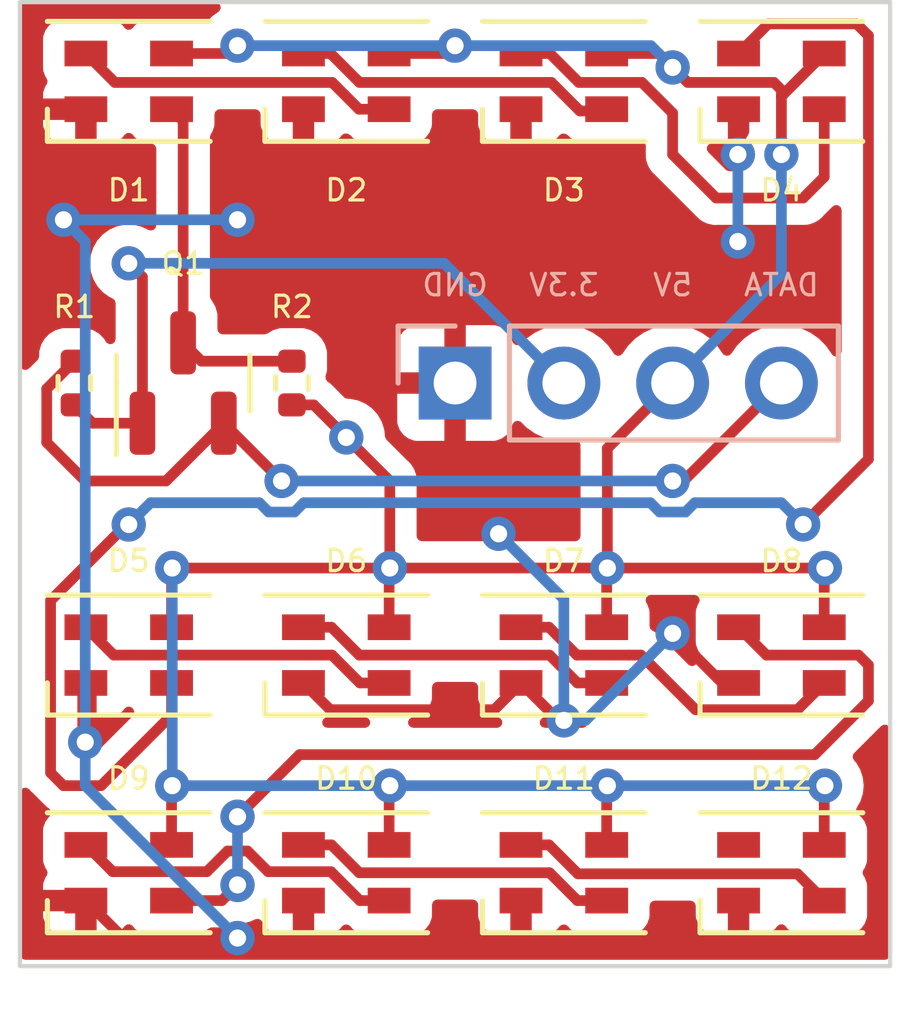
<source format=kicad_pcb>
(kicad_pcb (version 20221018) (generator pcbnew)
  (layers (0 "F.Cu" signal) (31 "B.Cu" signal) (34 "B.Paste" user) (35 "F.Paste" user) (36 "B.SilkS" user "B.Silkscreen") (37 "F.SilkS" user "F.Silkscreen") (38 "B.Mask" user) (39 "F.Mask" user) (44 "Edge.Cuts" user))
  (net 0 "")
  (net 1 "Net-(D1-DOUT)")
  (net 2 "Earth")
  (net 3 "Net-(D1-DIN)")
  (net 4 "+5V")
  (net 5 "Net-(D2-DOUT)")
  (net 6 "Net-(D3-DOUT)")
  (net 7 "Net-(D4-DOUT)")
  (net 8 "Net-(D5-DOUT)")
  (net 9 "Net-(D6-DOUT)")
  (net 10 "Net-(D7-DOUT)")
  (net 11 "Net-(D8-DOUT)")
  (net 12 "Net-(D10-DIN)")
  (net 13 "Net-(D10-DOUT)")
  (net 14 "Net-(D11-DOUT)")
  (net 16 "+3.3V")
  (net 17 "/DATA_IN")
  (footprint "LED_SMD:LED_SK6805_PLCC4_2.4x2.7mm_P1.3mm" (layer "F.Cu") (at 17.78 20.32)
    (fp_text reference "D12" (at 0 -2.2) (layer "F.SilkS") (effects (font (size 0.5 0.5) (thickness 0.075))))
    (fp_text value "SK6805")
    (fp_line (start -1.9 -1.4) (end 1.9 -1.4) (stroke (width 0.12)) (layer "F.SilkS"))
    (fp_line (start -1.9 1.4) (end -1.9 0.65) (stroke (width 0.12)) (layer "F.SilkS"))
    (fp_line (start -1.9 1.4) (end 1.9 1.4) (stroke (width 0.12)) (layer "F.SilkS"))
    (pad "1" smd rect (at -1 -0.65) (size 1 0.6) (layers "F.Cu" "F.Paste" "F.Mask"))
    (pad "2" smd rect (at -1 0.65) (size 1 0.6) (layers "F.Cu" "F.Paste" "F.Mask") (net 2 "Earth"))
    (pad "3" smd rect (at 1 0.65) (size 1 0.6) (layers "F.Cu" "F.Paste" "F.Mask") (net 14 "Net-(D11-DOUT)"))
    (pad "4" smd rect (at 1 -0.65) (size 1 0.6) (layers "F.Cu" "F.Paste" "F.Mask") (net 4 "+5V"))
  )
  (footprint "LED_SMD:LED_SK6805_PLCC4_2.4x2.7mm_P1.3mm" (layer "F.Cu") (at 7.62 1.849)
    (fp_text reference "D2" (at 0 2.54) (layer "F.SilkS") (effects (font (size 0.5 0.5) (thickness 0.075))))
    (fp_text value "SK6805")
    (fp_line (start -1.9 -1.4) (end 1.9 -1.4) (stroke (width 0.12)) (layer "F.SilkS"))
    (fp_line (start -1.9 1.4) (end -1.9 0.65) (stroke (width 0.12)) (layer "F.SilkS"))
    (fp_line (start -1.9 1.4) (end 1.9 1.4) (stroke (width 0.12)) (layer "F.SilkS"))
    (pad "1" smd rect (at -1 -0.65) (size 1 0.6) (layers "F.Cu" "F.Paste" "F.Mask") (net 5 "Net-(D2-DOUT)"))
    (pad "2" smd rect (at -1 0.65) (size 1 0.6) (layers "F.Cu" "F.Paste" "F.Mask") (net 2 "Earth"))
    (pad "3" smd rect (at 1 0.65) (size 1 0.6) (layers "F.Cu" "F.Paste" "F.Mask") (net 1 "Net-(D1-DOUT)"))
    (pad "4" smd rect (at 1 -0.65) (size 1 0.6) (layers "F.Cu" "F.Paste" "F.Mask") (net 4 "+5V"))
  )
  (footprint "LED_SMD:LED_SK6805_PLCC4_2.4x2.7mm_P1.3mm" (layer "F.Cu") (at 12.7 20.32)
    (fp_text reference "D11" (at 0 -2.2) (layer "F.SilkS") (effects (font (size 0.5 0.5) (thickness 0.075))))
    (fp_text value "SK6805")
    (fp_line (start -1.9 -1.4) (end 1.9 -1.4) (stroke (width 0.12)) (layer "F.SilkS"))
    (fp_line (start -1.9 1.4) (end -1.9 0.65) (stroke (width 0.12)) (layer "F.SilkS"))
    (fp_line (start -1.9 1.4) (end 1.9 1.4) (stroke (width 0.12)) (layer "F.SilkS"))
    (pad "1" smd rect (at -1 -0.65) (size 1 0.6) (layers "F.Cu" "F.Paste" "F.Mask") (net 14 "Net-(D11-DOUT)"))
    (pad "2" smd rect (at -1 0.65) (size 1 0.6) (layers "F.Cu" "F.Paste" "F.Mask") (net 2 "Earth"))
    (pad "3" smd rect (at 1 0.65) (size 1 0.6) (layers "F.Cu" "F.Paste" "F.Mask") (net 13 "Net-(D10-DOUT)"))
    (pad "4" smd rect (at 1 -0.65) (size 1 0.6) (layers "F.Cu" "F.Paste" "F.Mask") (net 4 "+5V"))
  )
  (footprint "Resistor_SMD:R_0402_1005Metric" (layer "F.Cu") (at 1.27 8.89 90)
    (fp_text reference "R1" (at 1.778 0 180) (layer "F.SilkS") (effects (font (size 0.5 0.5) (thickness 0.075))))
    (fp_text value "10K")
    (fp_line (start -0.153641 -0.38) (end 0.153641 -0.38) (stroke (width 0.12)) (layer "F.SilkS"))
    (fp_line (start -0.153641 0.38) (end 0.153641 0.38) (stroke (width 0.12)) (layer "F.SilkS"))
    (pad "1" smd roundrect (at -0.51 0 90) (size 0.54 0.64) (layers "F.Cu" "F.Paste" "F.Mask") (net 16 "+3.3V"))
    (pad "2" smd roundrect (at 0.51 0 90) (size 0.54 0.64) (layers "F.Cu" "F.Paste" "F.Mask") (net 17 "/DATA_IN"))
  )
  (footprint "LED_SMD:LED_SK6805_PLCC4_2.4x2.7mm_P1.3mm" (layer "F.Cu") (at 17.78 1.849)
    (fp_text reference "D4" (at 0 2.54) (layer "F.SilkS") (effects (font (size 0.5 0.5) (thickness 0.075))))
    (fp_text value "SK6805")
    (fp_line (start -1.9 -1.4) (end 1.9 -1.4) (stroke (width 0.12)) (layer "F.SilkS"))
    (fp_line (start -1.9 1.4) (end -1.9 0.65) (stroke (width 0.12)) (layer "F.SilkS"))
    (fp_line (start -1.9 1.4) (end 1.9 1.4) (stroke (width 0.12)) (layer "F.SilkS"))
    (pad "1" smd rect (at -1 -0.65) (size 1 0.6) (layers "F.Cu" "F.Paste" "F.Mask") (net 7 "Net-(D4-DOUT)"))
    (pad "2" smd rect (at -1 0.65) (size 1 0.6) (layers "F.Cu" "F.Paste" "F.Mask") (net 2 "Earth"))
    (pad "3" smd rect (at 1 0.65) (size 1 0.6) (layers "F.Cu" "F.Paste" "F.Mask") (net 6 "Net-(D3-DOUT)"))
    (pad "4" smd rect (at 1 -0.65) (size 1 0.6) (layers "F.Cu" "F.Paste" "F.Mask") (net 4 "+5V"))
  )
  (footprint "LED_SMD:LED_SK6805_PLCC4_2.4x2.7mm_P1.3mm" (layer "F.Cu") (at 2.54 20.32)
    (fp_text reference "D9" (at 0 -2.2) (layer "F.SilkS") (effects (font (size 0.5 0.5) (thickness 0.075))))
    (fp_text value "SK6805")
    (fp_line (start -1.9 -1.4) (end 1.9 -1.4) (stroke (width 0.12)) (layer "F.SilkS"))
    (fp_line (start -1.9 1.4) (end -1.9 0.65) (stroke (width 0.12)) (layer "F.SilkS"))
    (fp_line (start -1.9 1.4) (end 1.9 1.4) (stroke (width 0.12)) (layer "F.SilkS"))
    (pad "1" smd rect (at -1 -0.65) (size 1 0.6) (layers "F.Cu" "F.Paste" "F.Mask") (net 12 "Net-(D10-DIN)"))
    (pad "2" smd rect (at -1 0.65) (size 1 0.6) (layers "F.Cu" "F.Paste" "F.Mask") (net 2 "Earth"))
    (pad "3" smd rect (at 1 0.65) (size 1 0.6) (layers "F.Cu" "F.Paste" "F.Mask") (net 11 "Net-(D8-DOUT)"))
    (pad "4" smd rect (at 1 -0.65) (size 1 0.6) (layers "F.Cu" "F.Paste" "F.Mask") (net 4 "+5V"))
  )
  (footprint "LED_SMD:LED_SK6805_PLCC4_2.4x2.7mm_P1.3mm" (layer "F.Cu") (at 7.62 15.24)
    (fp_text reference "D6" (at 0 -2.2) (layer "F.SilkS") (effects (font (size 0.5 0.5) (thickness 0.075))))
    (fp_text value "SK6805")
    (fp_line (start -1.9 -1.4) (end 1.9 -1.4) (stroke (width 0.12)) (layer "F.SilkS"))
    (fp_line (start -1.9 1.4) (end -1.9 0.65) (stroke (width 0.12)) (layer "F.SilkS"))
    (fp_line (start -1.9 1.4) (end 1.9 1.4) (stroke (width 0.12)) (layer "F.SilkS"))
    (pad "1" smd rect (at -1 -0.65) (size 1 0.6) (layers "F.Cu" "F.Paste" "F.Mask") (net 9 "Net-(D6-DOUT)"))
    (pad "2" smd rect (at -1 0.65) (size 1 0.6) (layers "F.Cu" "F.Paste" "F.Mask") (net 2 "Earth"))
    (pad "3" smd rect (at 1 0.65) (size 1 0.6) (layers "F.Cu" "F.Paste" "F.Mask") (net 8 "Net-(D5-DOUT)"))
    (pad "4" smd rect (at 1 -0.65) (size 1 0.6) (layers "F.Cu" "F.Paste" "F.Mask") (net 4 "+5V"))
  )
  (footprint "LED_SMD:LED_SK6805_PLCC4_2.4x2.7mm_P1.3mm" (layer "F.Cu") (at 17.78 15.24)
    (fp_text reference "D8" (at 0 -2.2) (layer "F.SilkS") (effects (font (size 0.5 0.5) (thickness 0.075))))
    (fp_text value "SK6805")
    (fp_line (start -1.9 -1.4) (end 1.9 -1.4) (stroke (width 0.12)) (layer "F.SilkS"))
    (fp_line (start -1.9 1.4) (end -1.9 0.65) (stroke (width 0.12)) (layer "F.SilkS"))
    (fp_line (start -1.9 1.4) (end 1.9 1.4) (stroke (width 0.12)) (layer "F.SilkS"))
    (pad "1" smd rect (at -1 -0.65) (size 1 0.6) (layers "F.Cu" "F.Paste" "F.Mask") (net 11 "Net-(D8-DOUT)"))
    (pad "2" smd rect (at -1 0.65) (size 1 0.6) (layers "F.Cu" "F.Paste" "F.Mask") (net 2 "Earth"))
    (pad "3" smd rect (at 1 0.65) (size 1 0.6) (layers "F.Cu" "F.Paste" "F.Mask") (net 10 "Net-(D7-DOUT)"))
    (pad "4" smd rect (at 1 -0.65) (size 1 0.6) (layers "F.Cu" "F.Paste" "F.Mask") (net 4 "+5V"))
  )
  (footprint "LED_SMD:LED_SK6805_PLCC4_2.4x2.7mm_P1.3mm" (layer "F.Cu") (at 2.54 15.24)
    (fp_text reference "D5" (at 0 -2.2) (layer "F.SilkS") (effects (font (size 0.5 0.5) (thickness 0.075))))
    (fp_text value "SK6805")
    (fp_line (start -1.9 -1.4) (end 1.9 -1.4) (stroke (width 0.12)) (layer "F.SilkS"))
    (fp_line (start -1.9 1.4) (end -1.9 0.65) (stroke (width 0.12)) (layer "F.SilkS"))
    (fp_line (start -1.9 1.4) (end 1.9 1.4) (stroke (width 0.12)) (layer "F.SilkS"))
    (pad "1" smd rect (at -1 -0.65) (size 1 0.6) (layers "F.Cu" "F.Paste" "F.Mask") (net 8 "Net-(D5-DOUT)"))
    (pad "2" smd rect (at -1 0.65) (size 1 0.6) (layers "F.Cu" "F.Paste" "F.Mask") (net 2 "Earth"))
    (pad "3" smd rect (at 1 0.65) (size 1 0.6) (layers "F.Cu" "F.Paste" "F.Mask") (net 7 "Net-(D4-DOUT)"))
    (pad "4" smd rect (at 1 -0.65) (size 1 0.6) (layers "F.Cu" "F.Paste" "F.Mask") (net 4 "+5V"))
  )
  (footprint "LED_SMD:LED_SK6805_PLCC4_2.4x2.7mm_P1.3mm" (layer "F.Cu") (at 7.62 20.32)
    (fp_text reference "D10" (at 0 -2.2) (layer "F.SilkS") (effects (font (size 0.5 0.5) (thickness 0.075))))
    (fp_text value "SK6805")
    (fp_line (start -1.9 -1.4) (end 1.9 -1.4) (stroke (width 0.12)) (layer "F.SilkS"))
    (fp_line (start -1.9 1.4) (end -1.9 0.65) (stroke (width 0.12)) (layer "F.SilkS"))
    (fp_line (start -1.9 1.4) (end 1.9 1.4) (stroke (width 0.12)) (layer "F.SilkS"))
    (pad "1" smd rect (at -1 -0.65) (size 1 0.6) (layers "F.Cu" "F.Paste" "F.Mask") (net 13 "Net-(D10-DOUT)"))
    (pad "2" smd rect (at -1 0.65) (size 1 0.6) (layers "F.Cu" "F.Paste" "F.Mask") (net 2 "Earth"))
    (pad "3" smd rect (at 1 0.65) (size 1 0.6) (layers "F.Cu" "F.Paste" "F.Mask") (net 12 "Net-(D10-DIN)"))
    (pad "4" smd rect (at 1 -0.65) (size 1 0.6) (layers "F.Cu" "F.Paste" "F.Mask") (net 4 "+5V"))
  )
  (footprint "LED_SMD:LED_SK6805_PLCC4_2.4x2.7mm_P1.3mm" (layer "F.Cu") (at 12.7 1.849)
    (fp_text reference "D3" (at 0 2.54) (layer "F.SilkS") (effects (font (size 0.5 0.5) (thickness 0.075))))
    (fp_text value "SK6805")
    (fp_line (start -1.9 -1.4) (end 1.9 -1.4) (stroke (width 0.12)) (layer "F.SilkS"))
    (fp_line (start -1.9 1.4) (end -1.9 0.65) (stroke (width 0.12)) (layer "F.SilkS"))
    (fp_line (start -1.9 1.4) (end 1.9 1.4) (stroke (width 0.12)) (layer "F.SilkS"))
    (pad "1" smd rect (at -1 -0.65) (size 1 0.6) (layers "F.Cu" "F.Paste" "F.Mask") (net 6 "Net-(D3-DOUT)"))
    (pad "2" smd rect (at -1 0.65) (size 1 0.6) (layers "F.Cu" "F.Paste" "F.Mask") (net 2 "Earth"))
    (pad "3" smd rect (at 1 0.65) (size 1 0.6) (layers "F.Cu" "F.Paste" "F.Mask") (net 5 "Net-(D2-DOUT)"))
    (pad "4" smd rect (at 1 -0.65) (size 1 0.6) (layers "F.Cu" "F.Paste" "F.Mask") (net 4 "+5V"))
  )
  (footprint "Package_TO_SOT_SMD:SOT-23" (layer "F.Cu") (at 3.81 8.89 90)
    (fp_text reference "Q1" (at 2.794 0 180) (layer "F.SilkS") (effects (font (size 0.5 0.5) (thickness 0.075))))
    (fp_text value "BSS138")
    (fp_line (start 0 -1.56) (end -1.675 -1.56) (stroke (width 0.12)) (layer "F.SilkS"))
    (fp_line (start 0 -1.56) (end 0.65 -1.56) (stroke (width 0.12)) (layer "F.SilkS"))
    (fp_line (start 0 1.56) (end -0.65 1.56) (stroke (width 0.12)) (layer "F.SilkS"))
    (fp_line (start 0 1.56) (end 0.65 1.56) (stroke (width 0.12)) (layer "F.SilkS"))
    (pad "1" smd roundrect (at -0.9375 -0.95 90) (size 1.475 0.6) (layers "F.Cu" "F.Paste" "F.Mask") (net 16 "+3.3V"))
    (pad "2" smd roundrect (at -0.9375 0.95 90) (size 1.475 0.6) (layers "F.Cu" "F.Paste" "F.Mask") (net 17 "/DATA_IN"))
    (pad "3" smd roundrect (at 0.9375 0 90) (size 1.475 0.6) (layers "F.Cu" "F.Paste" "F.Mask") (net 3 "Net-(D1-DIN)"))
  )
  (footprint "Resistor_SMD:R_0402_1005Metric" (layer "F.Cu") (at 6.35 8.89 90)
    (fp_text reference "R2" (at 1.778 0 180) (layer "F.SilkS") (effects (font (size 0.5 0.5) (thickness 0.075))))
    (fp_text value "10K")
    (fp_line (start -0.153641 -0.38) (end 0.153641 -0.38) (stroke (width 0.12)) (layer "F.SilkS"))
    (fp_line (start -0.153641 0.38) (end 0.153641 0.38) (stroke (width 0.12)) (layer "F.SilkS"))
    (pad "1" smd roundrect (at -0.51 0 90) (size 0.54 0.64) (layers "F.Cu" "F.Paste" "F.Mask") (net 4 "+5V"))
    (pad "2" smd roundrect (at 0.51 0 90) (size 0.54 0.64) (layers "F.Cu" "F.Paste" "F.Mask") (net 3 "Net-(D1-DIN)"))
  )
  (footprint "LED_SMD:LED_SK6805_PLCC4_2.4x2.7mm_P1.3mm" (layer "F.Cu") (at 12.7 15.24)
    (fp_text reference "D7" (at 0 -2.2) (layer "F.SilkS") (effects (font (size 0.5 0.5) (thickness 0.075))))
    (fp_text value "SK6805")
    (fp_line (start -1.9 -1.4) (end 1.9 -1.4) (stroke (width 0.12)) (layer "F.SilkS"))
    (fp_line (start -1.9 1.4) (end -1.9 0.65) (stroke (width 0.12)) (layer "F.SilkS"))
    (fp_line (start -1.9 1.4) (end 1.9 1.4) (stroke (width 0.12)) (layer "F.SilkS"))
    (pad "1" smd rect (at -1 -0.65) (size 1 0.6) (layers "F.Cu" "F.Paste" "F.Mask") (net 10 "Net-(D7-DOUT)"))
    (pad "2" smd rect (at -1 0.65) (size 1 0.6) (layers "F.Cu" "F.Paste" "F.Mask") (net 2 "Earth"))
    (pad "3" smd rect (at 1 0.65) (size 1 0.6) (layers "F.Cu" "F.Paste" "F.Mask") (net 9 "Net-(D6-DOUT)"))
    (pad "4" smd rect (at 1 -0.65) (size 1 0.6) (layers "F.Cu" "F.Paste" "F.Mask") (net 4 "+5V"))
  )
  (footprint "LED_SMD:LED_SK6805_PLCC4_2.4x2.7mm_P1.3mm" (layer "F.Cu") (at 2.54 1.849)
    (fp_text reference "D1" (at 0 2.54) (layer "F.SilkS") (effects (font (size 0.5 0.5) (thickness 0.075))))
    (fp_text value "SK6805")
    (fp_line (start -1.9 -1.4) (end 1.9 -1.4) (stroke (width 0.12)) (layer "F.SilkS"))
    (fp_line (start -1.9 1.4) (end -1.9 0.65) (stroke (width 0.12)) (layer "F.SilkS"))
    (fp_line (start -1.9 1.4) (end 1.9 1.4) (stroke (width 0.12)) (layer "F.SilkS"))
    (pad "1" smd rect (at -1 -0.65) (size 1 0.6) (layers "F.Cu" "F.Paste" "F.Mask") (net 1 "Net-(D1-DOUT)"))
    (pad "2" smd rect (at -1 0.65) (size 1 0.6) (layers "F.Cu" "F.Paste" "F.Mask") (net 2 "Earth"))
    (pad "3" smd rect (at 1 0.65) (size 1 0.6) (layers "F.Cu" "F.Paste" "F.Mask") (net 3 "Net-(D1-DIN)"))
    (pad "4" smd rect (at 1 -0.65) (size 1 0.6) (layers "F.Cu" "F.Paste" "F.Mask") (net 4 "+5V"))
  )
  (footprint "Connector_PinHeader_2.54mm:PinHeader_1x04_P2.54mm_Vertical" (layer "B.Cu") (at 10.16 8.89 -90)
    (fp_text reference "J1" hide)
    (fp_text value "Conn_01x04_Pin")
    (fp_line (start -1.33 -8.95) (end 1.33 -8.95) (stroke (width 0.12)) (layer "B.SilkS"))
    (fp_line (start -1.33 -1.27) (end -1.33 -8.95) (stroke (width 0.12)) (layer "B.SilkS"))
    (fp_line (start -1.33 -1.27) (end 1.33 -1.27) (stroke (width 0.12)) (layer "B.SilkS"))
    (fp_line (start -1.33 0) (end -1.33 1.33) (stroke (width 0.12)) (layer "B.SilkS"))
    (fp_line (start -1.33 1.33) (end 0 1.33) (stroke (width 0.12)) (layer "B.SilkS"))
    (fp_line (start 1.33 -1.27) (end 1.33 -8.95) (stroke (width 0.12)) (layer "B.SilkS"))
    (pad "1" thru_hole rect (at 0 0 270) (size 1.7 1.7) (drill 1) (layers "*.Cu" "*.Mask") (net 2 "Earth"))
    (pad "2" thru_hole oval (at 0 -2.54 270) (size 1.7 1.7) (drill 1) (layers "*.Cu" "*.Mask") (net 16 "+3.3V"))
    (pad "3" thru_hole oval (at 0 -5.08 270) (size 1.7 1.7) (drill 1) (layers "*.Cu" "*.Mask") (net 4 "+5V"))
    (pad "4" thru_hole oval (at 0 -7.62 270) (size 1.7 1.7) (drill 1) (layers "*.Cu" "*.Mask") (net 17 "/DATA_IN"))
  )
  (gr_rect (start 0 0) (end 20.32 22.5) (stroke (width 0.1)) (fill none) (layer "Edge.Cuts"))
  (gr_text "3.3V" (at 12.7 6.604) (layer "B.SilkS") (effects (font (size 0.5 0.5) (thickness 0.075)) (justify mirror)))
  (gr_text "5V" (at 15.24 6.604) (layer "B.SilkS") (effects (font (size 0.5 0.5) (thickness 0.075)) (justify mirror)))
  (gr_text "DATA" (at 17.78 6.604) (layer "B.SilkS") (effects (font (size 0.5 0.5) (thickness 0.075)) (justify mirror)))
  (gr_text "GND" (at 10.16 6.604) (layer "B.SilkS") (effects (font (size 0.5 0.5) (thickness 0.075)) (justify mirror)))
  (segment (start 7.916854 2.499) (end 8.62 2.499) (width 0.25) (layer "F.Cu") (net 1))
  (segment (start 1.54 1.199) (end 2.215 1.874) (width 0.25) (layer "F.Cu") (net 1))
  (segment (start 2.215 1.874) (end 7.291854 1.874) (width 0.25) (layer "F.Cu") (net 1))
  (segment (start 7.291854 1.874) (end 7.916854 2.499) (width 0.25) (layer "F.Cu") (net 1))
  (segment (start 11.075 16.515) (end 11.7 15.89) (width 0.25) (layer "F.Cu") (net 2))
  (segment (start 1.54 20.97) (end 2.414 21.844) (width 0.25) (layer "F.Cu") (net 2))
  (segment (start 16.78 3.54) (end 16.764 3.556) (width 0.25) (layer "F.Cu") (net 2))
  (segment (start 16.398 15.89) (end 15.24 14.732) (width 0.25) (layer "F.Cu") (net 2))
  (segment (start 16.78 15.89) (end 16.398 15.89) (width 0.25) (layer "F.Cu") (net 2))
  (segment (start 12.7 16.764) (end 12.574 16.764) (width 0.25) (layer "F.Cu") (net 2))
  (segment (start 12.574 16.764) (end 11.7 15.89) (width 0.25) (layer "F.Cu") (net 2))
  (segment (start 1.54 15.89) (end 1.54 17.256) (width 0.25) (layer "F.Cu") (net 2))
  (segment (start 16.78 2.499) (end 16.78 3.54) (width 0.25) (layer "F.Cu") (net 2))
  (segment (start 1.54 17.256) (end 1.524 17.272) (width 0.25) (layer "F.Cu") (net 2))
  (segment (start 2.414 21.844) (end 5.08 21.844) (width 0.25) (layer "F.Cu") (net 2))
  (segment (start 6.62 15.89) (end 7.245 16.515) (width 0.25) (layer "F.Cu") (net 2))
  (segment (start 7.245 16.515) (end 11.075 16.515) (width 0.25) (layer "F.Cu") (net 2))
  (via (at 16.764 5.588) (size 0.8) (drill 0.4) (layers "F.Cu" "B.Cu") (net 2))
  (via (at 11.176 12.4085) (size 0.8) (drill 0.4) (layers "F.Cu" "B.Cu") (net 2))
  (via (at 15.24 14.732) (size 0.8) (drill 0.4) (layers "F.Cu" "B.Cu") (net 2))
  (via (at 16.764 3.556) (size 0.8) (drill 0.4) (layers "F.Cu" "B.Cu") (net 2))
  (via (at 1.016 5.08) (size 0.8) (drill 0.4) (layers "F.Cu" "B.Cu") (net 2))
  (via (at 1.524 17.272) (size 0.8) (drill 0.4) (layers "F.Cu" "B.Cu") (net 2))
  (via (at 5.08 21.844) (size 0.8) (drill 0.4) (layers "F.Cu" "B.Cu") (net 2))
  (via (at 5.08 5.08) (size 0.8) (drill 0.4) (layers "F.Cu" "B.Cu") (net 2))
  (via (at 12.7 16.764) (size 0.8) (drill 0.4) (layers "F.Cu" "B.Cu") (net 2))
  (segment (start 13.208 16.764) (end 12.7 16.764) (width 0.25) (layer "B.Cu") (net 2))
  (segment (start 12.7 13.9325) (end 11.176 12.4085) (width 0.25) (layer "B.Cu") (net 2))
  (segment (start 1.016 5.08) (end 5.08 5.08) (width 0.25) (layer "B.Cu") (net 2))
  (segment (start 15.24 14.732) (end 13.208 16.764) (width 0.25) (layer "B.Cu") (net 2))
  (segment (start 1.524 17.272) (end 1.524 18.288) (width 0.25) (layer "B.Cu") (net 2))
  (segment (start 12.7 16.764) (end 12.7 13.9325) (width 0.25) (layer "B.Cu") (net 2))
  (segment (start 1.524 5.588) (end 1.016 5.08) (width 0.25) (layer "B.Cu") (net 2))
  (segment (start 1.524 18.288) (end 5.08 21.844) (width 0.25) (layer "B.Cu") (net 2))
  (segment (start 1.524 17.272) (end 1.524 5.588) (width 0.25) (layer "B.Cu") (net 2))
  (segment (start 16.764 3.556) (end 16.764 5.588) (width 0.25) (layer "B.Cu") (net 2))
  (segment (start 3.81 7.9525) (end 4.2375 8.38) (width 0.25) (layer "F.Cu") (net 3))
  (segment (start 3.81 7.9525) (end 3.81 2.769) (width 0.25) (layer "F.Cu") (net 3))
  (segment (start 4.2375 8.38) (end 6.35 8.38) (width 0.25) (layer "F.Cu") (net 3))
  (segment (start 3.81 2.769) (end 3.54 2.499) (width 0.25) (layer "F.Cu") (net 3))
  (segment (start 13.7 18.304) (end 13.716 18.288) (width 0.25) (layer "F.Cu") (net 4))
  (segment (start 15.24 1.524) (end 14.915 1.199) (width 0.25) (layer "F.Cu") (net 4))
  (segment (start 3.54 1.199) (end 4.897 1.199) (width 0.25) (layer "F.Cu") (net 4))
  (segment (start 8.62 19.67) (end 8.62 18.304) (width 0.25) (layer "F.Cu") (net 4))
  (segment (start 13.7 13.224) (end 13.716 13.208) (width 0.25) (layer "F.Cu") (net 4))
  (segment (start 18.78 18.304) (end 18.796 18.288) (width 0.25) (layer "F.Cu") (net 4))
  (segment (start 14.915 1.199) (end 13.7 1.199) (width 0.25) (layer "F.Cu") (net 4))
  (segment (start 17.78 2.049) (end 17.605 1.874) (width 0.25) (layer "F.Cu") (net 4))
  (segment (start 8.636 13.208) (end 13.716 13.208) (width 0.25) (layer "F.Cu") (net 4))
  (segment (start 13.7 19.67) (end 13.7 18.304) (width 0.25) (layer "F.Cu") (net 4))
  (segment (start 3.54 14.59) (end 3.54 13.224) (width 0.25) (layer "F.Cu") (net 4))
  (segment (start 13.716 10.414) (end 15.24 8.89) (width 0.25) (layer "F.Cu") (net 4))
  (segment (start 8.636 13.208) (end 8.636 11.176) (width 0.25) (layer "F.Cu") (net 4))
  (segment (start 8.62 14.59) (end 8.62 13.224) (width 0.25) (layer "F.Cu") (net 4))
  (segment (start 4.897 1.199) (end 5.08 1.016) (width 0.25) (layer "F.Cu") (net 4))
  (segment (start 3.54 19.67) (end 3.54 18.304) (width 0.25) (layer "F.Cu") (net 4))
  (segment (start 3.556 13.208) (end 8.636 13.208) (width 0.25) (layer "F.Cu") (net 4))
  (segment (start 6.35 9.4) (end 6.86 9.4) (width 0.25) (layer "F.Cu") (net 4))
  (segment (start 17.78 2.199) (end 17.78 3.556) (width 0.25) (layer "F.Cu") (net 4))
  (segment (start 17.605 1.874) (end 15.59 1.874) (width 0.25) (layer "F.Cu") (net 4))
  (segment (start 6.86 9.4) (end 7.62 10.16) (width 0.25) (layer "F.Cu") (net 4))
  (segment (start 15.59 1.874) (end 15.24 1.524) (width 0.25) (layer "F.Cu") (net 4))
  (segment (start 13.716 13.208) (end 13.716 10.414) (width 0.25) (layer "F.Cu") (net 4))
  (segment (start 9.977 1.199) (end 10.16 1.016) (width 0.25) (layer "F.Cu") (net 4))
  (segment (start 8.62 1.199) (end 9.977 1.199) (width 0.25) (layer "F.Cu") (net 4))
  (segment (start 17.78 2.199) (end 17.78 2.049) (width 0.25) (layer "F.Cu") (net 4))
  (segment (start 18.78 1.199) (end 17.78 2.199) (width 0.25) (layer "F.Cu") (net 4))
  (segment (start 3.54 18.304) (end 3.556 18.288) (width 0.25) (layer "F.Cu") (net 4))
  (segment (start 18.78 14.59) (end 18.78 13.224) (width 0.25) (layer "F.Cu") (net 4))
  (segment (start 13.716 13.208) (end 18.796 13.208) (width 0.25) (layer "F.Cu") (net 4))
  (segment (start 8.62 18.304) (end 8.636 18.288) (width 0.25) (layer "F.Cu") (net 4))
  (segment (start 13.7 14.59) (end 13.7 13.224) (width 0.25) (layer "F.Cu") (net 4))
  (segment (start 8.62 13.224) (end 8.636 13.208) (width 0.25) (layer "F.Cu") (net 4))
  (segment (start 8.636 11.176) (end 7.62 10.16) (width 0.25) (layer "F.Cu") (net 4))
  (segment (start 18.78 19.67) (end 18.78 18.304) (width 0.25) (layer "F.Cu") (net 4))
  (segment (start 3.54 13.224) (end 3.556 13.208) (width 0.25) (layer "F.Cu") (net 4))
  (segment (start 18.78 13.224) (end 18.796 13.208) (width 0.25) (layer "F.Cu") (net 4))
  (via (at 13.716 13.208) (size 0.8) (drill 0.4) (layers "F.Cu" "B.Cu") (net 4))
  (via (at 17.78 3.556) (size 0.8) (drill 0.4) (layers "F.Cu" "B.Cu") (net 4))
  (via (at 8.636 18.288) (size 0.8) (drill 0.4) (layers "F.Cu" "B.Cu") (net 4))
  (via (at 18.796 13.208) (size 0.8) (drill 0.4) (layers "F.Cu" "B.Cu") (net 4))
  (via (at 13.716 18.288) (size 0.8) (drill 0.4) (layers "F.Cu" "B.Cu") (net 4))
  (via (at 3.556 13.208) (size 0.8) (drill 0.4) (layers "F.Cu" "B.Cu") (net 4))
  (via (at 10.16 1.016) (size 0.8) (drill 0.4) (layers "F.Cu" "B.Cu") (net 4))
  (via (at 8.636 13.208) (size 0.8) (drill 0.4) (layers "F.Cu" "B.Cu") (net 4))
  (via (at 5.08 1.016) (size 0.8) (drill 0.4) (layers "F.Cu" "B.Cu") (net 4))
  (via (at 7.62 10.16) (size 0.8) (drill 0.4) (layers "F.Cu" "B.Cu") (net 4))
  (via (at 3.556 18.288) (size 0.8) (drill 0.4) (layers "F.Cu" "B.Cu") (net 4))
  (via (at 15.24 1.524) (size 0.8) (drill 0.4) (layers "F.Cu" "B.Cu") (net 4))
  (via (at 18.796 18.288) (size 0.8) (drill 0.4) (layers "F.Cu" "B.Cu") (net 4))
  (segment (start 10.16 1.016) (end 5.08 1.016) (width 0.25) (layer "B.Cu") (net 4))
  (segment (start 10.16 1.016) (end 14.732 1.016) (width 0.25) (layer "B.Cu") (net 4))
  (segment (start 17.78 6.35) (end 15.24 8.89) (width 0.25) (layer "B.Cu") (net 4))
  (segment (start 17.78 3.556) (end 17.78 6.35) (width 0.25) (layer "B.Cu") (net 4))
  (segment (start 8.636 18.288) (end 13.716 18.288) (width 0.25) (layer "B.Cu") (net 4))
  (segment (start 13.716 18.288) (end 18.796 18.288) (width 0.25) (layer "B.Cu") (net 4))
  (segment (start 14.732 1.016) (end 15.24 1.524) (width 0.25) (layer "B.Cu") (net 4))
  (segment (start 3.556 18.288) (end 3.556 13.208) (width 0.25) (layer "B.Cu") (net 4))
  (segment (start 3.556 18.288) (end 8.636 18.288) (width 0.25) (layer "B.Cu") (net 4))
  (segment (start 13.659 2.54) (end 13.7 2.499) (width 0.25) (layer "F.Cu") (net 5))
  (segment (start 13.075 2.54) (end 13.659 2.54) (width 0.25) (layer "F.Cu") (net 5))
  (segment (start 12.409 1.874) (end 13.075 2.54) (width 0.25) (layer "F.Cu") (net 5))
  (segment (start 7.25325 1.199) (end 7.92825 1.874) (width 0.25) (layer "F.Cu") (net 5))
  (segment (start 7.92825 1.874) (end 12.409 1.874) (width 0.25) (layer "F.Cu") (net 5))
  (segment (start 6.62 1.199) (end 7.25325 1.199) (width 0.25) (layer "F.Cu") (net 5))
  (segment (start 15.24 2.589) (end 15.24 3.556) (width 0.25) (layer "F.Cu") (net 6))
  (segment (start 15.24 3.556) (end 16.256 4.572) (width 0.25) (layer "F.Cu") (net 6))
  (segment (start 12.375 1.199) (end 13.05 1.874) (width 0.25) (layer "F.Cu") (net 6))
  (segment (start 11.7 1.199) (end 12.375 1.199) (width 0.25) (layer "F.Cu") (net 6))
  (segment (start 13.05 1.874) (end 14.525 1.874) (width 0.25) (layer "F.Cu") (net 6))
  (segment (start 18.288 4.572) (end 18.78 4.08) (width 0.25) (layer "F.Cu") (net 6))
  (segment (start 16.256 4.572) (end 18.288 4.572) (width 0.25) (layer "F.Cu") (net 6))
  (segment (start 14.525 1.874) (end 15.24 2.589) (width 0.25) (layer "F.Cu") (net 6))
  (segment (start 18.78 4.08) (end 18.78 2.499) (width 0.25) (layer "F.Cu") (net 6))
  (segment (start 19.812 0.781) (end 19.539 0.508) (width 0.25) (layer "F.Cu") (net 7))
  (segment (start 19.539 0.508) (end 17.471 0.508) (width 0.25) (layer "F.Cu") (net 7))
  (segment (start 19.812 10.668) (end 19.812 0.781) (width 0.25) (layer "F.Cu") (net 7))
  (segment (start 0.715 17.987) (end 1.016 18.288) (width 0.25) (layer "F.Cu") (net 7))
  (segment (start 1.894299 18.288) (end 3.54 16.642299) (width 0.25) (layer "F.Cu") (net 7))
  (segment (start 17.471 0.508) (end 16.78 1.199) (width 0.25) (layer "F.Cu") (net 7))
  (segment (start 2.54 12.192) (end 2.488 12.192) (width 0.25) (layer "F.Cu") (net 7))
  (segment (start 18.288 12.192) (end 19.812 10.668) (width 0.25) (layer "F.Cu") (net 7))
  (segment (start 0.715 13.965) (end 0.715 17.987) (width 0.25) (layer "F.Cu") (net 7))
  (segment (start 2.488 12.192) (end 0.715 13.965) (width 0.25) (layer "F.Cu") (net 7))
  (segment (start 1.016 18.288) (end 1.894299 18.288) (width 0.25) (layer "F.Cu") (net 7))
  (segment (start 3.54 16.642299) (end 3.54 15.89) (width 0.25) (layer "F.Cu") (net 7))
  (via (at 18.288 12.192) (size 0.8) (drill 0.4) (layers "F.Cu" "B.Cu") (net 7))
  (via (at 2.54 12.192) (size 0.8) (drill 0.4) (layers "F.Cu" "B.Cu") (net 7))
  (segment (start 6.625805 11.684) (end 6.408805 11.901) (width 0.25) (layer "B.Cu") (net 7))
  (segment (start 15.757305 11.684) (end 15.540305 11.901) (width 0.25) (layer "B.Cu") (net 7))
  (segment (start 3.048 11.684) (end 2.54 12.192) (width 0.25) (layer "B.Cu") (net 7))
  (segment (start 17.78 11.684) (end 15.757305 11.684) (width 0.25) (layer "B.Cu") (net 7))
  (segment (start 14.722695 11.684) (end 6.625805 11.684) (width 0.25) (layer "B.Cu") (net 7))
  (segment (start 5.591195 11.684) (end 3.048 11.684) (width 0.25) (layer "B.Cu") (net 7))
  (segment (start 18.288 12.192) (end 17.78 11.684) (width 0.25) (layer "B.Cu") (net 7))
  (segment (start 14.939695 11.901) (end 14.722695 11.684) (width 0.25) (layer "B.Cu") (net 7))
  (segment (start 15.540305 11.901) (end 14.939695 11.901) (width 0.25) (layer "B.Cu") (net 7))
  (segment (start 6.408805 11.901) (end 5.808195 11.901) (width 0.25) (layer "B.Cu") (net 7))
  (segment (start 5.808195 11.901) (end 5.591195 11.684) (width 0.25) (layer "B.Cu") (net 7))
  (segment (start 1.54 14.59) (end 2.19 15.24) (width 0.25) (layer "F.Cu") (net 8))
  (segment (start 7.937 15.89) (end 8.62 15.89) (width 0.25) (layer "F.Cu") (net 8))
  (segment (start 2.19 15.24) (end 7.287 15.24) (width 0.25) (layer "F.Cu") (net 8))
  (segment (start 7.287 15.24) (end 7.937 15.89) (width 0.25) (layer "F.Cu") (net 8))
  (segment (start 6.62 14.59) (end 7.273396 14.59) (width 0.25) (layer "F.Cu") (net 9))
  (segment (start 13.017 15.89) (end 13.7 15.89) (width 0.25) (layer "F.Cu") (net 9))
  (segment (start 12.367 15.24) (end 13.017 15.89) (width 0.25) (layer "F.Cu") (net 9))
  (segment (start 7.923396 15.24) (end 12.367 15.24) (width 0.25) (layer "F.Cu") (net 9))
  (segment (start 7.273396 14.59) (end 7.923396 15.24) (width 0.25) (layer "F.Cu") (net 9))
  (segment (start 13.003396 15.24) (end 14.224 15.24) (width 0.25) (layer "F.Cu") (net 10))
  (segment (start 18.78 15.89) (end 18.155 16.515) (width 0.25) (layer "F.Cu") (net 10))
  (segment (start 14.5 15.24) (end 14.224 15.24) (width 0.25) (layer "F.Cu") (net 10))
  (segment (start 12.353396 14.59) (end 13.003396 15.24) (width 0.25) (layer "F.Cu") (net 10))
  (segment (start 11.7 14.59) (end 12.353396 14.59) (width 0.25) (layer "F.Cu") (net 10))
  (segment (start 15.775 16.515) (end 14.5 15.24) (width 0.25) (layer "F.Cu") (net 10))
  (segment (start 18.155 16.515) (end 15.775 16.515) (width 0.25) (layer "F.Cu") (net 10))
  (segment (start 18.557 17.563) (end 19.812 16.308) (width 0.25) (layer "F.Cu") (net 11))
  (segment (start 5.08 20.604598) (end 4.714598 20.97) (width 0.25) (layer "F.Cu") (net 11))
  (segment (start 4.714598 20.97) (end 3.54 20.97) (width 0.25) (layer "F.Cu") (net 11))
  (segment (start 19.812 16.308) (end 19.812 15.472) (width 0.25) (layer "F.Cu") (net 11))
  (segment (start 19.812 15.472) (end 19.58 15.24) (width 0.25) (layer "F.Cu") (net 11))
  (segment (start 5.08 19.0125) (end 6.5295 17.563) (width 0.25) (layer "F.Cu") (net 11))
  (segment (start 19.58 15.24) (end 17.43 15.24) (width 0.25) (layer "F.Cu") (net 11))
  (segment (start 17.43 15.24) (end 16.78 14.59) (width 0.25) (layer "F.Cu") (net 11))
  (segment (start 6.5295 17.563) (end 18.557 17.563) (width 0.25) (layer "F.Cu") (net 11))
  (via (at 5.08 20.604598) (size 0.8) (drill 0.4) (layers "F.Cu" "B.Cu") (net 11))
  (via (at 5.08 19.0125) (size 0.8) (drill 0.4) (layers "F.Cu" "B.Cu") (net 11))
  (segment (start 5.08 20.604598) (end 5.08 19.0125) (width 0.25) (layer "B.Cu") (net 11))
  (segment (start 4.848 19.812) (end 5.312 19.812) (width 0.25) (layer "F.Cu") (net 12))
  (segment (start 7.262 20.295) (end 7.937 20.97) (width 0.25) (layer "F.Cu") (net 12))
  (segment (start 1.54 19.67) (end 2.165 20.295) (width 0.25) (layer "F.Cu") (net 12))
  (segment (start 5.312 19.812) (end 5.795 20.295) (width 0.25) (layer "F.Cu") (net 12))
  (segment (start 5.795 20.295) (end 7.262 20.295) (width 0.25) (layer "F.Cu") (net 12))
  (segment (start 2.165 20.295) (end 4.365 20.295) (width 0.25) (layer "F.Cu") (net 12))
  (segment (start 7.937 20.97) (end 8.62 20.97) (width 0.25) (layer "F.Cu") (net 12))
  (segment (start 4.365 20.295) (end 4.848 19.812) (width 0.25) (layer "F.Cu") (net 12))
  (segment (start 7.923396 20.32) (end 12.367 20.32) (width 0.25) (layer "F.Cu") (net 13))
  (segment (start 13.017 20.97) (end 13.7 20.97) (width 0.25) (layer "F.Cu") (net 13))
  (segment (start 7.273396 19.67) (end 7.923396 20.32) (width 0.25) (layer "F.Cu") (net 13))
  (segment (start 12.367 20.32) (end 13.017 20.97) (width 0.25) (layer "F.Cu") (net 13))
  (segment (start 6.62 19.67) (end 7.273396 19.67) (width 0.25) (layer "F.Cu") (net 13))
  (segment (start 11.7 19.67) (end 12.353396 19.67) (width 0.25) (layer "F.Cu") (net 14))
  (segment (start 18.155 20.345) (end 18.78 20.97) (width 0.25) (layer "F.Cu") (net 14))
  (segment (start 12.353396 19.67) (end 13.028396 20.345) (width 0.25) (layer "F.Cu") (net 14))
  (segment (start 13.028396 20.345) (end 18.155 20.345) (width 0.25) (layer "F.Cu") (net 14))
  (segment (start 2.86 9.8275) (end 1.6975 9.8275) (width 0.25) (layer "F.Cu") (net 16))
  (segment (start 2.86 6.416) (end 2.54 6.096) (width 0.25) (layer "F.Cu") (net 16))
  (segment (start 2.86 9.8275) (end 2.86 6.416) (width 0.25) (layer "F.Cu") (net 16))
  (segment (start 1.6975 9.8275) (end 1.27 9.4) (width 0.25) (layer "F.Cu") (net 16))
  (via (at 2.54 6.096) (size 0.8) (drill 0.4) (layers "F.Cu" "B.Cu") (net 16))
  (segment (start 2.54 6.096) (end 9.906 6.096) (width 0.25) (layer "B.Cu") (net 16))
  (segment (start 9.906 6.096) (end 12.7 8.89) (width 0.25) (layer "B.Cu") (net 16))
  (segment (start 4.76 9.8275) (end 6.1085 11.176) (width 0.25) (layer "F.Cu") (net 17))
  (segment (start 1.27 8.38) (end 0.625 9.025) (width 0.25) (layer "F.Cu") (net 17))
  (segment (start 0.625 10.277) (end 1.524 11.176) (width 0.25) (layer "F.Cu") (net 17))
  (segment (start 15.494 11.176) (end 15.24 11.176) (width 0.25) (layer "F.Cu") (net 17))
  (segment (start 1.524 11.176) (end 3.4115 11.176) (width 0.25) (layer "F.Cu") (net 17))
  (segment (start 0.625 9.025) (end 0.625 10.277) (width 0.25) (layer "F.Cu") (net 17))
  (segment (start 15.494 11.176) (end 17.78 8.89) (width 0.25) (layer "F.Cu") (net 17))
  (segment (start 3.4115 11.176) (end 4.76 9.8275) (width 0.25) (layer "F.Cu") (net 17))
  (via (at 6.1085 11.176) (size 0.8) (drill 0.4) (layers "F.Cu" "B.Cu") (net 17))
  (via (at 15.24 11.176) (size 0.8) (drill 0.4) (layers "F.Cu" "B.Cu") (net 17))
  (segment (start 15.24 11.176) (end 6.1085 11.176) (width 0.25) (layer "B.Cu") (net 17))
  (zone (net 2) (net_name "Earth") (layer "F.Cu") (connect_pads (clearance 0.5)) (min_thickness 0.25) (fill yes (thermal_gap 0.5) (thermal_bridge_width 0.5))
    (polygon (pts (xy 0 0) (xy 20.32 0) (xy 20.32 22.352) (xy 0 22.352)))
  )
)
</source>
